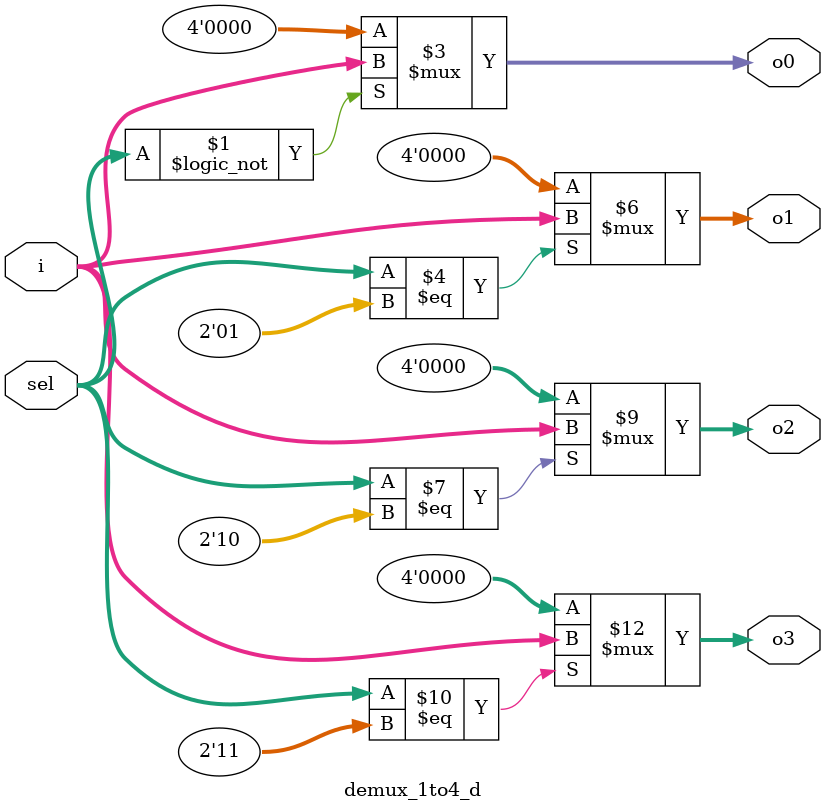
<source format=v>
module demux_1to4_d #(parameter width = 4)(
    input wire [width-1:0] i,
    input wire [1:0] sel,
    output [width-1:0] o0,
    output [width-1:0] o1,
    output [width-1:0] o2,
    output [width-1:0] o3
);

    assign o0 = (sel == 2'b00) ? i : 1'b0;
    assign o1 = (sel == 2'b01) ? i : 1'b0;
    assign o2 = (sel == 2'b10) ? i : 1'b0;
    assign o3 = (sel == 2'b11) ? i : 1'b0;

endmodule

</source>
